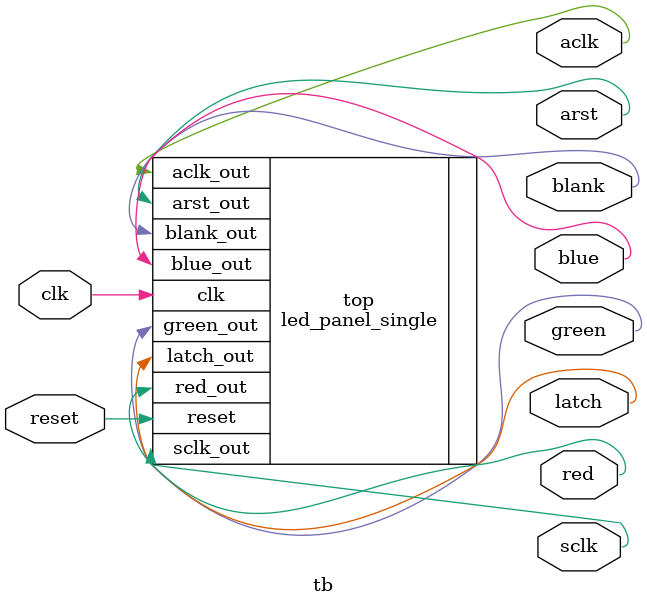
<source format=v>
`default_nettype none
`timescale 1ns/1ps

/*
 this testbench just instantiates the module and makes some convenient wires
 that can be driven / tested by the cocotb test.py
 */

module tb (
           // testbench is controlled by test.py
	        input  clk,
            input  reset,
            output red,
            output blue,
            output aclk,
            output blank,
            output green,
            output arst,
            output sclk,
            output latch
           );

  // this part dumps the trace to a vcd file that can be viewed with GTKWave
  initial begin
    $dumpfile ("tb.vcd");
    $dumpvars (0, tb);
    $dumpvars (0, tb.top.frame_buffer[0]);
    $dumpvars (0, tb.top.frame_buffer[1]);
    $dumpvars (0, tb.top.frame_buffer[2]);
    $dumpvars (0, tb.top.frame_buffer[3]);
    $dumpvars (0, tb.top.frame_buffer[4]);
    $dumpvars (0, tb.top.frame_buffer[5]);
    $dumpvars (0, tb.top.frame_buffer[6]);
    $dumpvars (0, tb.top.frame_buffer[7]);
    #1;
  end

  // wire up the inputs and outputs
  wire uart_tx_pin;

  wire [3:0] lcd_data;
  wire       lcd_en;
  wire       lcd_rs;

  // instantiate the DUT
  led_panel_single top(.clk(clk),
                       .reset(reset), 
                       .red_out(red),     
                       .blue_out(blue),    
                       .aclk_out(aclk),    
                       .blank_out(blank),   
                       .green_out(green),  
                       .arst_out(arst),    
                       .sclk_out(sclk),    
                       .latch_out(latch) 
                       );              
endmodule

</source>
